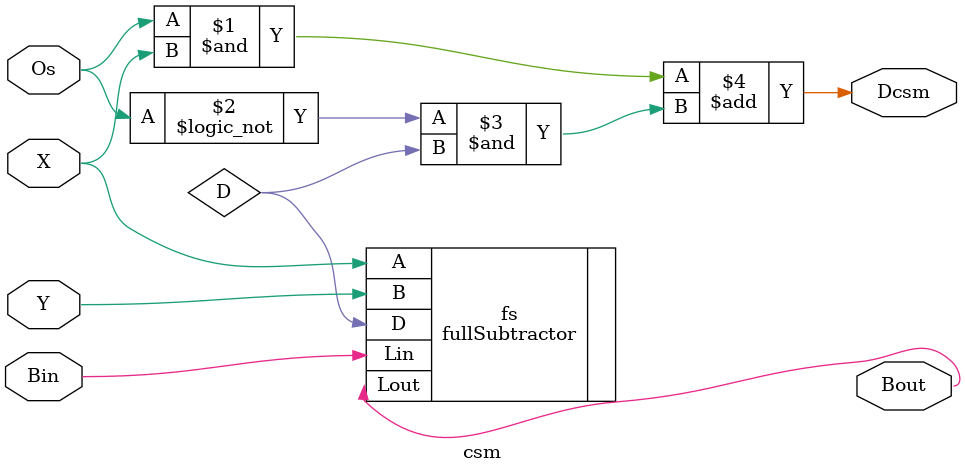
<source format=sv>
module csm(
			input logic X,
			input logic Y,
			input logic Os,
			input logic Bin,
			output logic Bout,
			output logic Dcsm
			);
			
			wire D;
			
			fullSubtractor fs(.A(X), .B(Y), .Lin(Bin), .D(D), .Lout(Bout));
			
			assign Dcsm = (Os & X) + (!Os & D);
endmodule
			
</source>
